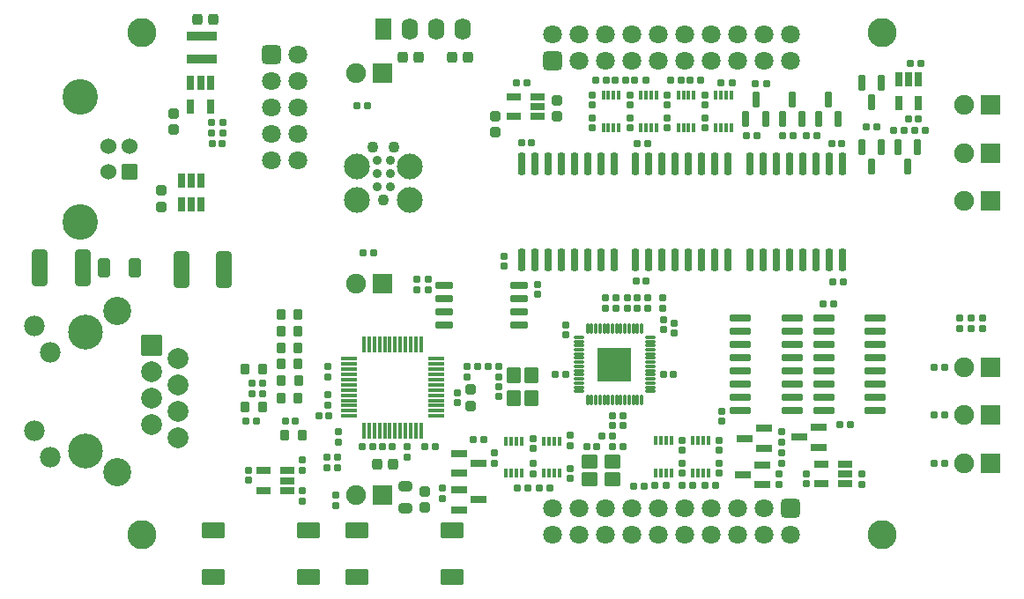
<source format=gts>
%TF.GenerationSoftware,KiCad,Pcbnew,(6.0.7)*%
%TF.CreationDate,2022-08-15T19:03:41+05:00*%
%TF.ProjectId,RubyLink_revB,52756279-4c69-46e6-9b5f-726576422e6b,rev?*%
%TF.SameCoordinates,Original*%
%TF.FileFunction,Soldermask,Top*%
%TF.FilePolarity,Negative*%
%FSLAX46Y46*%
G04 Gerber Fmt 4.6, Leading zero omitted, Abs format (unit mm)*
G04 Created by KiCad (PCBNEW (6.0.7)) date 2022-08-15 19:03:41*
%MOMM*%
%LPD*%
G01*
G04 APERTURE LIST*
G04 Aperture macros list*
%AMRoundRect*
0 Rectangle with rounded corners*
0 $1 Rounding radius*
0 $2 $3 $4 $5 $6 $7 $8 $9 X,Y pos of 4 corners*
0 Add a 4 corners polygon primitive as box body*
4,1,4,$2,$3,$4,$5,$6,$7,$8,$9,$2,$3,0*
0 Add four circle primitives for the rounded corners*
1,1,$1+$1,$2,$3*
1,1,$1+$1,$4,$5*
1,1,$1+$1,$6,$7*
1,1,$1+$1,$8,$9*
0 Add four rect primitives between the rounded corners*
20,1,$1+$1,$2,$3,$4,$5,0*
20,1,$1+$1,$4,$5,$6,$7,0*
20,1,$1+$1,$6,$7,$8,$9,0*
20,1,$1+$1,$8,$9,$2,$3,0*%
G04 Aperture macros list end*
%ADD10RoundRect,0.190000X0.140000X0.170000X-0.140000X0.170000X-0.140000X-0.170000X0.140000X-0.170000X0*%
%ADD11RoundRect,0.190000X-0.170000X0.140000X-0.170000X-0.140000X0.170000X-0.140000X0.170000X0.140000X0*%
%ADD12RoundRect,0.200000X0.512500X0.150000X-0.512500X0.150000X-0.512500X-0.150000X0.512500X-0.150000X0*%
%ADD13RoundRect,0.200000X-0.587500X-0.150000X0.587500X-0.150000X0.587500X0.150000X-0.587500X0.150000X0*%
%ADD14C,2.800000*%
%ADD15RoundRect,0.050000X0.150000X0.400000X-0.150000X0.400000X-0.150000X-0.400000X0.150000X-0.400000X0*%
%ADD16RoundRect,0.200000X-0.650000X-0.150000X0.650000X-0.150000X0.650000X0.150000X-0.650000X0.150000X0*%
%ADD17RoundRect,0.185000X-0.135000X-0.185000X0.135000X-0.185000X0.135000X0.185000X-0.135000X0.185000X0*%
%ADD18RoundRect,0.250000X0.200000X0.275000X-0.200000X0.275000X-0.200000X-0.275000X0.200000X-0.275000X0*%
%ADD19RoundRect,0.200000X0.587500X0.150000X-0.587500X0.150000X-0.587500X-0.150000X0.587500X-0.150000X0*%
%ADD20RoundRect,0.190000X-0.140000X-0.170000X0.140000X-0.170000X0.140000X0.170000X-0.140000X0.170000X0*%
%ADD21RoundRect,0.190000X0.170000X-0.140000X0.170000X0.140000X-0.170000X0.140000X-0.170000X-0.140000X0*%
%ADD22RoundRect,0.185000X0.135000X0.185000X-0.135000X0.185000X-0.135000X-0.185000X0.135000X-0.185000X0*%
%ADD23RoundRect,0.050000X0.900000X0.900000X-0.900000X0.900000X-0.900000X-0.900000X0.900000X-0.900000X0*%
%ADD24C,1.900000*%
%ADD25RoundRect,0.185000X0.185000X-0.135000X0.185000X0.135000X-0.185000X0.135000X-0.185000X-0.135000X0*%
%ADD26RoundRect,0.300000X0.600000X-0.600000X0.600000X0.600000X-0.600000X0.600000X-0.600000X-0.600000X0*%
%ADD27C,1.800000*%
%ADD28RoundRect,0.200000X0.150000X-0.587500X0.150000X0.587500X-0.150000X0.587500X-0.150000X-0.587500X0*%
%ADD29RoundRect,0.050000X-0.600000X0.700000X-0.600000X-0.700000X0.600000X-0.700000X0.600000X0.700000X0*%
%ADD30RoundRect,0.185000X-0.185000X0.135000X-0.185000X-0.135000X0.185000X-0.135000X0.185000X0.135000X0*%
%ADD31RoundRect,0.200000X-0.150000X0.512500X-0.150000X-0.512500X0.150000X-0.512500X0.150000X0.512500X0*%
%ADD32RoundRect,0.275000X0.250000X-0.225000X0.250000X0.225000X-0.250000X0.225000X-0.250000X-0.225000X0*%
%ADD33RoundRect,0.200000X0.825000X0.150000X-0.825000X0.150000X-0.825000X-0.150000X0.825000X-0.150000X0*%
%ADD34RoundRect,0.050000X-0.750000X-1.000000X0.750000X-1.000000X0.750000X1.000000X-0.750000X1.000000X0*%
%ADD35O,1.600000X2.100000*%
%ADD36RoundRect,0.275000X0.225000X0.250000X-0.225000X0.250000X-0.225000X-0.250000X0.225000X-0.250000X0*%
%ADD37RoundRect,0.200000X0.150000X-0.875000X0.150000X0.875000X-0.150000X0.875000X-0.150000X-0.875000X0*%
%ADD38RoundRect,0.050000X-0.714000X0.714000X-0.714000X-0.714000X0.714000X-0.714000X0.714000X0.714000X0*%
%ADD39C,1.528000*%
%ADD40C,3.416000*%
%ADD41RoundRect,0.200000X0.150000X-0.512500X0.150000X0.512500X-0.150000X0.512500X-0.150000X-0.512500X0*%
%ADD42RoundRect,0.200000X-0.150000X0.587500X-0.150000X-0.587500X0.150000X-0.587500X0.150000X0.587500X0*%
%ADD43RoundRect,0.100000X-0.387500X-0.050000X0.387500X-0.050000X0.387500X0.050000X-0.387500X0.050000X0*%
%ADD44RoundRect,0.100000X-0.050000X-0.387500X0.050000X-0.387500X0.050000X0.387500X-0.050000X0.387500X0*%
%ADD45RoundRect,0.194000X-1.456000X-1.456000X1.456000X-1.456000X1.456000X1.456000X-1.456000X1.456000X0*%
%ADD46C,2.474900*%
%ADD47C,1.090600*%
%ADD48C,0.887400*%
%ADD49RoundRect,0.050000X-0.150000X-0.400000X0.150000X-0.400000X0.150000X0.400000X-0.150000X0.400000X0*%
%ADD50RoundRect,0.050000X1.050000X0.700000X-1.050000X0.700000X-1.050000X-0.700000X1.050000X-0.700000X0*%
%ADD51RoundRect,0.299999X-0.450001X-1.450001X0.450001X-1.450001X0.450001X1.450001X-0.450001X1.450001X0*%
%ADD52RoundRect,0.125000X-0.662500X-0.075000X0.662500X-0.075000X0.662500X0.075000X-0.662500X0.075000X0*%
%ADD53RoundRect,0.125000X-0.075000X-0.662500X0.075000X-0.662500X0.075000X0.662500X-0.075000X0.662500X0*%
%ADD54RoundRect,0.300000X-0.312500X-0.625000X0.312500X-0.625000X0.312500X0.625000X-0.312500X0.625000X0*%
%ADD55RoundRect,0.268750X0.381250X-0.218750X0.381250X0.218750X-0.381250X0.218750X-0.381250X-0.218750X0*%
%ADD56RoundRect,0.300000X-0.600000X0.600000X-0.600000X-0.600000X0.600000X-0.600000X0.600000X0.600000X0*%
%ADD57RoundRect,0.050000X0.700000X0.600000X-0.700000X0.600000X-0.700000X-0.600000X0.700000X-0.600000X0*%
%ADD58RoundRect,0.050000X1.350000X-0.400000X1.350000X0.400000X-1.350000X0.400000X-1.350000X-0.400000X0*%
%ADD59C,3.350000*%
%ADD60C,2.700000*%
%ADD61C,1.990000*%
%ADD62RoundRect,0.050000X-0.950000X0.950000X-0.950000X-0.950000X0.950000X-0.950000X0.950000X0.950000X0*%
%ADD63C,2.000000*%
%ADD64RoundRect,0.300000X-0.600000X-0.600000X0.600000X-0.600000X0.600000X0.600000X-0.600000X0.600000X0*%
%ADD65RoundRect,0.200000X-0.150000X0.875000X-0.150000X-0.875000X0.150000X-0.875000X0.150000X0.875000X0*%
%ADD66RoundRect,0.275000X-0.250000X0.225000X-0.250000X-0.225000X0.250000X-0.225000X0.250000X0.225000X0*%
%ADD67RoundRect,0.299999X0.450001X1.450001X-0.450001X1.450001X-0.450001X-1.450001X0.450001X-1.450001X0*%
G04 APERTURE END LIST*
D10*
X107740000Y-62370000D03*
X106780000Y-62370000D03*
D11*
X145233133Y-88500000D03*
X145233133Y-89460000D03*
D12*
X113997500Y-95720000D03*
X113997500Y-94770000D03*
X113997500Y-93820000D03*
X111722500Y-93820000D03*
X111722500Y-95720000D03*
D13*
X130462500Y-95650000D03*
X130462500Y-97550000D03*
X132337500Y-96600000D03*
D10*
X143713133Y-91480000D03*
X142753133Y-91480000D03*
D14*
X100000000Y-51740000D03*
D15*
X154470000Y-90897500D03*
X153970000Y-90897500D03*
X153470000Y-90897500D03*
X152970000Y-90897500D03*
X152970000Y-93997500D03*
X153470000Y-93997500D03*
X153970000Y-93997500D03*
X154470000Y-93997500D03*
D16*
X129100000Y-75995000D03*
X129100000Y-77265000D03*
X129100000Y-78535000D03*
X129100000Y-79805000D03*
X136300000Y-79805000D03*
X136300000Y-78535000D03*
X136300000Y-77265000D03*
X136300000Y-75995000D03*
D17*
X161590000Y-61600000D03*
X162610000Y-61600000D03*
X176150000Y-93070000D03*
X177170000Y-93070000D03*
D18*
X115050000Y-81970000D03*
X113400000Y-81970000D03*
D19*
X159597500Y-95150000D03*
X159597500Y-93250000D03*
X157722500Y-94200000D03*
D20*
X117020000Y-88500000D03*
X117980000Y-88500000D03*
D21*
X163860000Y-95080000D03*
X163860000Y-94120000D03*
D19*
X159837500Y-91650000D03*
X159837500Y-89750000D03*
X157962500Y-90700000D03*
D14*
X171120000Y-100000000D03*
D21*
X154100000Y-60880000D03*
X154100000Y-59920000D03*
D22*
X122270000Y-72870000D03*
X121250000Y-72870000D03*
D10*
X136980000Y-56500000D03*
X136020000Y-56500000D03*
D18*
X115025000Y-78770000D03*
X113375000Y-78770000D03*
D11*
X154100000Y-57720000D03*
X154100000Y-58680000D03*
D21*
X150500000Y-60880000D03*
X150500000Y-59920000D03*
D23*
X181535000Y-83870000D03*
D24*
X178995000Y-83870000D03*
D21*
X130300000Y-87280000D03*
X130300000Y-86320000D03*
X150033133Y-78160000D03*
X150033133Y-77200000D03*
D18*
X115050000Y-83570000D03*
X113400000Y-83570000D03*
D25*
X146633133Y-78190000D03*
X146633133Y-77170000D03*
D13*
X130462500Y-92150000D03*
X130462500Y-94050000D03*
X132337500Y-93100000D03*
D21*
X143300000Y-60880000D03*
X143300000Y-59920000D03*
D25*
X180760000Y-80180000D03*
X180760000Y-79160000D03*
D10*
X137480000Y-62300000D03*
X136520000Y-62300000D03*
D21*
X151920000Y-91827500D03*
X151920000Y-90867500D03*
D26*
X139500000Y-54400000D03*
D27*
X139500000Y-51860000D03*
X142040000Y-54400000D03*
X142040000Y-51860000D03*
X144580000Y-54400000D03*
X144580000Y-51860000D03*
X147120000Y-54400000D03*
X147120000Y-51860000D03*
X149660000Y-54400000D03*
X149660000Y-51860000D03*
X152200000Y-54400000D03*
X152200000Y-51860000D03*
X154740000Y-54400000D03*
X154740000Y-51860000D03*
X157280000Y-54400000D03*
X157280000Y-51860000D03*
X159820000Y-54400000D03*
X159820000Y-51860000D03*
X162360000Y-54400000D03*
X162360000Y-51860000D03*
D22*
X173270000Y-61070000D03*
X172250000Y-61070000D03*
D21*
X137580000Y-91680000D03*
X137580000Y-90720000D03*
X151133133Y-80560000D03*
X151133133Y-79600000D03*
D28*
X165050000Y-60037500D03*
X166950000Y-60037500D03*
X166000000Y-58162500D03*
D25*
X178560000Y-80180000D03*
X178560000Y-79160000D03*
D23*
X123135000Y-55570000D03*
D24*
X120595000Y-55570000D03*
D23*
X181535000Y-93070000D03*
D24*
X178995000Y-93070000D03*
D10*
X174640000Y-59970000D03*
X173680000Y-59970000D03*
D29*
X135750000Y-84600000D03*
X135750000Y-86800000D03*
X137450000Y-86800000D03*
X137450000Y-84600000D03*
D28*
X161550000Y-60037500D03*
X163450000Y-60037500D03*
X162500000Y-58162500D03*
D17*
X154140000Y-95250000D03*
X155160000Y-95250000D03*
D30*
X127500000Y-75440000D03*
X127500000Y-76460000D03*
D28*
X158050000Y-60037500D03*
X159950000Y-60037500D03*
X159000000Y-58162500D03*
D31*
X106610000Y-56532500D03*
X105660000Y-56532500D03*
X104710000Y-56532500D03*
X104710000Y-58807500D03*
X106610000Y-58807500D03*
D23*
X123135000Y-75870000D03*
D24*
X120595000Y-75870000D03*
D32*
X131600000Y-87575000D03*
X131600000Y-86025000D03*
D17*
X138190000Y-95500000D03*
X139210000Y-95500000D03*
X176150000Y-88470000D03*
X177170000Y-88470000D03*
D32*
X103060000Y-61045000D03*
X103060000Y-59495000D03*
D21*
X117900000Y-87480000D03*
X117900000Y-86520000D03*
D22*
X150360000Y-95250000D03*
X149340000Y-95250000D03*
D33*
X162475000Y-88045000D03*
X162475000Y-86775000D03*
X162475000Y-85505000D03*
X162475000Y-84235000D03*
X162475000Y-82965000D03*
X162475000Y-81695000D03*
X162475000Y-80425000D03*
X162475000Y-79155000D03*
X157525000Y-79155000D03*
X157525000Y-80425000D03*
X157525000Y-81695000D03*
X157525000Y-82965000D03*
X157525000Y-84235000D03*
X157525000Y-85505000D03*
X157525000Y-86775000D03*
X157525000Y-88045000D03*
D25*
X147633133Y-78190000D03*
X147633133Y-77170000D03*
D21*
X146233133Y-89460000D03*
X146233133Y-88500000D03*
D17*
X176150000Y-83870000D03*
X177170000Y-83870000D03*
D20*
X123120000Y-91500000D03*
X124080000Y-91500000D03*
D34*
X123197500Y-51337500D03*
D35*
X125737500Y-51337500D03*
X128277500Y-51337500D03*
X130817500Y-51337500D03*
D11*
X138000000Y-75920000D03*
X138000000Y-76880000D03*
D21*
X155520000Y-94027500D03*
X155520000Y-93067500D03*
D18*
X111585000Y-87670000D03*
X109935000Y-87670000D03*
D11*
X146900000Y-57720000D03*
X146900000Y-58680000D03*
D18*
X115050000Y-86800000D03*
X113400000Y-86800000D03*
D17*
X145490000Y-56300000D03*
X146510000Y-56300000D03*
D36*
X124175000Y-93170000D03*
X122625000Y-93170000D03*
D11*
X155730000Y-88080000D03*
X155730000Y-89040000D03*
D22*
X144610000Y-56300000D03*
X143590000Y-56300000D03*
D37*
X136530000Y-73580000D03*
X137800000Y-73580000D03*
X139070000Y-73580000D03*
X140340000Y-73580000D03*
X141610000Y-73580000D03*
X142880000Y-73580000D03*
X144150000Y-73580000D03*
X145420000Y-73580000D03*
X145420000Y-64280000D03*
X144150000Y-64280000D03*
X142880000Y-64280000D03*
X141610000Y-64280000D03*
X140340000Y-64280000D03*
X139070000Y-64280000D03*
X137800000Y-64280000D03*
X136530000Y-64280000D03*
D22*
X145243133Y-90480000D03*
X144223133Y-90480000D03*
D23*
X181535000Y-58670000D03*
D24*
X178995000Y-58670000D03*
D38*
X98813000Y-65120000D03*
D39*
X98813000Y-62620000D03*
X96813000Y-62620000D03*
X96813000Y-65120000D03*
D40*
X94103000Y-69890000D03*
X94103000Y-57850000D03*
D17*
X169639511Y-60719511D03*
X170659511Y-60719511D03*
D15*
X150870000Y-90897500D03*
X150370000Y-90897500D03*
X149870000Y-90897500D03*
X149370000Y-90897500D03*
X149370000Y-93997500D03*
X149870000Y-93997500D03*
X150370000Y-93997500D03*
X150870000Y-93997500D03*
D21*
X141200000Y-91380000D03*
X141200000Y-90420000D03*
D41*
X103810000Y-68207500D03*
X104760000Y-68207500D03*
X105710000Y-68207500D03*
X105710000Y-65932500D03*
X104760000Y-65932500D03*
X103810000Y-65932500D03*
D42*
X171059511Y-62682011D03*
X169159511Y-62682011D03*
X170109511Y-64557011D03*
D14*
X100000000Y-100000000D03*
D21*
X125500000Y-92480000D03*
X125500000Y-91520000D03*
D20*
X121220000Y-91500000D03*
X122180000Y-91500000D03*
D31*
X174610000Y-56195000D03*
X173660000Y-56195000D03*
X172710000Y-56195000D03*
X172710000Y-58470000D03*
X174610000Y-58470000D03*
D30*
X128860000Y-95460000D03*
X128860000Y-96480000D03*
D32*
X127160000Y-97345000D03*
X127160000Y-95795000D03*
D14*
X171120000Y-51740000D03*
D12*
X167597500Y-95050000D03*
X167597500Y-94100000D03*
X167597500Y-93150000D03*
X165322500Y-93150000D03*
X165322500Y-95050000D03*
D20*
X110045000Y-89000000D03*
X111005000Y-89000000D03*
D15*
X140130000Y-90947500D03*
X139630000Y-90947500D03*
X139130000Y-90947500D03*
X138630000Y-90947500D03*
X138630000Y-94047500D03*
X139130000Y-94047500D03*
X139630000Y-94047500D03*
X140130000Y-94047500D03*
D10*
X148580000Y-62400000D03*
X147620000Y-62400000D03*
D22*
X148410000Y-56300000D03*
X147390000Y-56300000D03*
D30*
X169160000Y-94090000D03*
X169160000Y-95110000D03*
D18*
X115425000Y-90400000D03*
X113775000Y-90400000D03*
D11*
X148633133Y-77200000D03*
X148633133Y-78160000D03*
D25*
X115460000Y-96780000D03*
X115460000Y-95760000D03*
D43*
X141995633Y-80980000D03*
X141995633Y-81380000D03*
X141995633Y-81780000D03*
X141995633Y-82180000D03*
X141995633Y-82580000D03*
X141995633Y-82980000D03*
X141995633Y-83380000D03*
X141995633Y-83780000D03*
X141995633Y-84180000D03*
X141995633Y-84580000D03*
X141995633Y-84980000D03*
X141995633Y-85380000D03*
X141995633Y-85780000D03*
X141995633Y-86180000D03*
D44*
X142833133Y-87017500D03*
X143233133Y-87017500D03*
X143633133Y-87017500D03*
X144033133Y-87017500D03*
X144433133Y-87017500D03*
X144833133Y-87017500D03*
X145233133Y-87017500D03*
X145633133Y-87017500D03*
X146033133Y-87017500D03*
X146433133Y-87017500D03*
X146833133Y-87017500D03*
X147233133Y-87017500D03*
X147633133Y-87017500D03*
X148033133Y-87017500D03*
D43*
X148870633Y-86180000D03*
X148870633Y-85780000D03*
X148870633Y-85380000D03*
X148870633Y-84980000D03*
X148870633Y-84580000D03*
X148870633Y-84180000D03*
X148870633Y-83780000D03*
X148870633Y-83380000D03*
X148870633Y-82980000D03*
X148870633Y-82580000D03*
X148870633Y-82180000D03*
X148870633Y-81780000D03*
X148870633Y-81380000D03*
X148870633Y-80980000D03*
D44*
X148033133Y-80142500D03*
X147633133Y-80142500D03*
X147233133Y-80142500D03*
X146833133Y-80142500D03*
X146433133Y-80142500D03*
X146033133Y-80142500D03*
X145633133Y-80142500D03*
X145233133Y-80142500D03*
X144833133Y-80142500D03*
X144433133Y-80142500D03*
X144033133Y-80142500D03*
X143633133Y-80142500D03*
X143233133Y-80142500D03*
X142833133Y-80142500D03*
D45*
X145433133Y-83580000D03*
D46*
X120720000Y-64585000D03*
D47*
X124276000Y-62680000D03*
D46*
X125800000Y-64585000D03*
D47*
X123260000Y-67760000D03*
D46*
X125800000Y-67760000D03*
X120720000Y-67760000D03*
D47*
X122244000Y-62680000D03*
D48*
X123895000Y-66490000D03*
X122625000Y-66490000D03*
X123895000Y-65220000D03*
X122625000Y-65220000D03*
X123895000Y-63950000D03*
X122625000Y-63950000D03*
D20*
X127220000Y-91500000D03*
X128180000Y-91500000D03*
D22*
X164910000Y-61600000D03*
X163890000Y-61600000D03*
D19*
X165037500Y-91550000D03*
X165037500Y-89650000D03*
X163162500Y-90600000D03*
D30*
X118660000Y-96160000D03*
X118660000Y-97180000D03*
D49*
X147950000Y-60850000D03*
X148450000Y-60850000D03*
X148950000Y-60850000D03*
X149450000Y-60850000D03*
X149450000Y-57750000D03*
X148950000Y-57750000D03*
X148450000Y-57750000D03*
X147950000Y-57750000D03*
X151550000Y-60850000D03*
X152050000Y-60850000D03*
X152550000Y-60850000D03*
X153050000Y-60850000D03*
X153050000Y-57750000D03*
X152550000Y-57750000D03*
X152050000Y-57750000D03*
X151550000Y-57750000D03*
D18*
X111585000Y-84070000D03*
X109935000Y-84070000D03*
D10*
X148455000Y-75580000D03*
X147495000Y-75580000D03*
D17*
X165450000Y-77770000D03*
X166470000Y-77770000D03*
D15*
X136530000Y-90947500D03*
X136030000Y-90947500D03*
X135530000Y-90947500D03*
X135030000Y-90947500D03*
X135030000Y-94047500D03*
X135530000Y-94047500D03*
X136030000Y-94047500D03*
X136530000Y-94047500D03*
D20*
X150153133Y-84580000D03*
X151113133Y-84580000D03*
D21*
X141200000Y-94580000D03*
X141200000Y-93620000D03*
D11*
X150500000Y-57720000D03*
X150500000Y-58680000D03*
D21*
X155520000Y-91827500D03*
X155520000Y-90867500D03*
D50*
X116010000Y-104020000D03*
X106910000Y-104020000D03*
X116010000Y-99520000D03*
X106910000Y-99520000D03*
D25*
X131300000Y-84810000D03*
X131300000Y-83790000D03*
D22*
X137120000Y-95500000D03*
X136100000Y-95500000D03*
D21*
X145533133Y-78160000D03*
X145533133Y-77200000D03*
D49*
X144350000Y-60850000D03*
X144850000Y-60850000D03*
X145350000Y-60850000D03*
X145850000Y-60850000D03*
X145850000Y-57750000D03*
X145350000Y-57750000D03*
X144850000Y-57750000D03*
X144350000Y-57750000D03*
D11*
X144533133Y-77200000D03*
X144533133Y-78160000D03*
D51*
X90210000Y-74270000D03*
X94310000Y-74270000D03*
D52*
X119937500Y-83050000D03*
X119937500Y-83550000D03*
X119937500Y-84050000D03*
X119937500Y-84550000D03*
X119937500Y-85050000D03*
X119937500Y-85550000D03*
X119937500Y-86050000D03*
X119937500Y-86550000D03*
X119937500Y-87050000D03*
X119937500Y-87550000D03*
X119937500Y-88050000D03*
X119937500Y-88550000D03*
D53*
X121350000Y-89962500D03*
X121850000Y-89962500D03*
X122350000Y-89962500D03*
X122850000Y-89962500D03*
X123350000Y-89962500D03*
X123850000Y-89962500D03*
X124350000Y-89962500D03*
X124850000Y-89962500D03*
X125350000Y-89962500D03*
X125850000Y-89962500D03*
X126350000Y-89962500D03*
X126850000Y-89962500D03*
D52*
X128262500Y-88550000D03*
X128262500Y-88050000D03*
X128262500Y-87550000D03*
X128262500Y-87050000D03*
X128262500Y-86550000D03*
X128262500Y-86050000D03*
X128262500Y-85550000D03*
X128262500Y-85050000D03*
X128262500Y-84550000D03*
X128262500Y-84050000D03*
X128262500Y-83550000D03*
X128262500Y-83050000D03*
D53*
X126850000Y-81637500D03*
X126350000Y-81637500D03*
X125850000Y-81637500D03*
X125350000Y-81637500D03*
X124850000Y-81637500D03*
X124350000Y-81637500D03*
X123850000Y-81637500D03*
X123350000Y-81637500D03*
X122850000Y-81637500D03*
X122350000Y-81637500D03*
X121850000Y-81637500D03*
X121350000Y-81637500D03*
D30*
X118900000Y-90090000D03*
X118900000Y-91110000D03*
D23*
X123135000Y-96170000D03*
D24*
X120595000Y-96170000D03*
D32*
X139900000Y-59775000D03*
X139900000Y-58225000D03*
D17*
X106750000Y-60360000D03*
X107770000Y-60360000D03*
X120650000Y-58770000D03*
X121670000Y-58770000D03*
X173850000Y-54670000D03*
X174870000Y-54670000D03*
D22*
X160010000Y-56600000D03*
X158990000Y-56600000D03*
D36*
X131335000Y-54070000D03*
X129785000Y-54070000D03*
D54*
X96397500Y-74270000D03*
X99322500Y-74270000D03*
D25*
X179660000Y-80180000D03*
X179660000Y-79160000D03*
D36*
X126635000Y-54070000D03*
X125085000Y-54070000D03*
D30*
X115460000Y-92760000D03*
X115460000Y-93780000D03*
D20*
X166420000Y-75630000D03*
X167380000Y-75630000D03*
D22*
X118810000Y-92470000D03*
X117790000Y-92470000D03*
D36*
X106885000Y-50470000D03*
X105335000Y-50470000D03*
D11*
X134300000Y-83820000D03*
X134300000Y-84780000D03*
D55*
X125360000Y-97432500D03*
X125360000Y-95307500D03*
D23*
X181535000Y-63270000D03*
D24*
X178995000Y-63270000D03*
D30*
X126450000Y-75440000D03*
X126450000Y-76460000D03*
D10*
X114780000Y-89000000D03*
X113820000Y-89000000D03*
D37*
X147455000Y-73580000D03*
X148725000Y-73580000D03*
X149995000Y-73580000D03*
X151265000Y-73580000D03*
X152535000Y-73580000D03*
X153805000Y-73580000D03*
X155075000Y-73580000D03*
X156345000Y-73580000D03*
X156345000Y-64280000D03*
X155075000Y-64280000D03*
X153805000Y-64280000D03*
X152535000Y-64280000D03*
X151265000Y-64280000D03*
X149995000Y-64280000D03*
X148725000Y-64280000D03*
X147455000Y-64280000D03*
D22*
X175270000Y-61070000D03*
X174250000Y-61070000D03*
D30*
X161500000Y-90090000D03*
X161500000Y-91110000D03*
D18*
X115085000Y-85170000D03*
X113435000Y-85170000D03*
D22*
X151800000Y-56300000D03*
X150780000Y-56300000D03*
X133310000Y-83800000D03*
X132290000Y-83800000D03*
D20*
X166320000Y-62330000D03*
X167280000Y-62330000D03*
D56*
X162360000Y-97390000D03*
D27*
X162360000Y-99930000D03*
X159820000Y-97390000D03*
X159820000Y-99930000D03*
X157280000Y-97390000D03*
X157280000Y-99930000D03*
X154740000Y-97390000D03*
X154740000Y-99930000D03*
X152200000Y-97390000D03*
X152200000Y-99930000D03*
X149660000Y-97390000D03*
X149660000Y-99930000D03*
X147120000Y-97390000D03*
X147120000Y-99930000D03*
X144580000Y-97390000D03*
X144580000Y-99930000D03*
X142040000Y-97390000D03*
X142040000Y-99930000D03*
X139500000Y-97390000D03*
X139500000Y-99930000D03*
D10*
X140713133Y-84580000D03*
X139753133Y-84580000D03*
D25*
X161260000Y-95110000D03*
X161260000Y-94090000D03*
D57*
X145233133Y-92930000D03*
X143033133Y-92930000D03*
X143033133Y-94630000D03*
X145233133Y-94630000D03*
D20*
X167120000Y-89400000D03*
X168080000Y-89400000D03*
D17*
X131890000Y-90800000D03*
X132910000Y-90800000D03*
D58*
X105760000Y-54270000D03*
X105760000Y-52070000D03*
D11*
X134300000Y-85720000D03*
X134300000Y-86680000D03*
D22*
X153710000Y-56300000D03*
X152690000Y-56300000D03*
D33*
X170475000Y-88045000D03*
X170475000Y-86775000D03*
X170475000Y-85505000D03*
X170475000Y-84235000D03*
X170475000Y-82965000D03*
X170475000Y-81695000D03*
X170475000Y-80425000D03*
X170475000Y-79155000D03*
X165525000Y-79155000D03*
X165525000Y-80425000D03*
X165525000Y-81695000D03*
X165525000Y-82965000D03*
X165525000Y-84235000D03*
X165525000Y-85505000D03*
X165525000Y-86775000D03*
X165525000Y-88045000D03*
D59*
X94630000Y-91915000D03*
X94630000Y-80485000D03*
D60*
X97680000Y-93975000D03*
X97680000Y-78425000D03*
D61*
X91250000Y-92525000D03*
X89730000Y-89985000D03*
X91250000Y-82415000D03*
X89730000Y-79875000D03*
D62*
X100970000Y-81755000D03*
D63*
X103510000Y-83025000D03*
X100970000Y-84295000D03*
X103510000Y-85565000D03*
X100970000Y-86835000D03*
X103510000Y-88105000D03*
X100970000Y-89375000D03*
X103510000Y-90645000D03*
D21*
X151920000Y-94027500D03*
X151920000Y-93067500D03*
D64*
X112447500Y-53820000D03*
D27*
X114987500Y-53820000D03*
X112447500Y-56360000D03*
X114987500Y-56360000D03*
X112447500Y-58900000D03*
X114987500Y-58900000D03*
X112447500Y-61440000D03*
X114987500Y-61440000D03*
X112447500Y-63980000D03*
X114987500Y-63980000D03*
D11*
X110260000Y-93790000D03*
X110260000Y-94750000D03*
D65*
X167345000Y-64280000D03*
X166075000Y-64280000D03*
X164805000Y-64280000D03*
X163535000Y-64280000D03*
X162265000Y-64280000D03*
X160995000Y-64280000D03*
X159725000Y-64280000D03*
X158455000Y-64280000D03*
X158455000Y-73580000D03*
X159725000Y-73580000D03*
X160995000Y-73580000D03*
X162265000Y-73580000D03*
X163535000Y-73580000D03*
X164805000Y-73580000D03*
X166075000Y-73580000D03*
X167345000Y-73580000D03*
D22*
X152960000Y-95250000D03*
X151940000Y-95250000D03*
D66*
X101860000Y-66895000D03*
X101860000Y-68445000D03*
D21*
X137580000Y-94077500D03*
X137580000Y-93117500D03*
D18*
X115025000Y-80370000D03*
X113375000Y-80370000D03*
D20*
X145253133Y-91480000D03*
X146213133Y-91480000D03*
D23*
X181535000Y-67870000D03*
D24*
X178995000Y-67870000D03*
D67*
X107910000Y-74470000D03*
X103810000Y-74470000D03*
D11*
X150133133Y-79300000D03*
X150133133Y-80260000D03*
D23*
X181535000Y-88470000D03*
D24*
X178995000Y-88470000D03*
D17*
X158090000Y-61600000D03*
X159110000Y-61600000D03*
D42*
X174559511Y-62682011D03*
X172659511Y-62682011D03*
X173609511Y-64557011D03*
D17*
X117790000Y-93500000D03*
X118810000Y-93500000D03*
D66*
X134000000Y-59725000D03*
X134000000Y-61275000D03*
D22*
X107770000Y-61370000D03*
X106750000Y-61370000D03*
D20*
X110645000Y-86400000D03*
X111605000Y-86400000D03*
X110645000Y-85400000D03*
X111605000Y-85400000D03*
D11*
X143300000Y-57720000D03*
X143300000Y-58680000D03*
D30*
X133900000Y-92090000D03*
X133900000Y-93110000D03*
D11*
X134800000Y-73200000D03*
X134800000Y-74160000D03*
D25*
X161500000Y-93110000D03*
X161500000Y-92090000D03*
D11*
X117900000Y-83820000D03*
X117900000Y-84780000D03*
D21*
X146900000Y-60880000D03*
X146900000Y-59920000D03*
D22*
X156710000Y-56500000D03*
X155690000Y-56500000D03*
D12*
X138037500Y-59750000D03*
X138037500Y-58800000D03*
X138037500Y-57850000D03*
X135762500Y-57850000D03*
X135762500Y-59750000D03*
D42*
X171099511Y-56532500D03*
X169199511Y-56532500D03*
X170149511Y-58407500D03*
D50*
X129822500Y-104020000D03*
X120722500Y-104020000D03*
X129822500Y-99520000D03*
X120722500Y-99520000D03*
D17*
X147250000Y-95270000D03*
X148270000Y-95270000D03*
D49*
X155150000Y-60850000D03*
X155650000Y-60850000D03*
X156150000Y-60850000D03*
X156650000Y-60850000D03*
X156650000Y-57750000D03*
X156150000Y-57750000D03*
X155650000Y-57750000D03*
X155150000Y-57750000D03*
D21*
X140733133Y-80780000D03*
X140733133Y-79820000D03*
M02*

</source>
